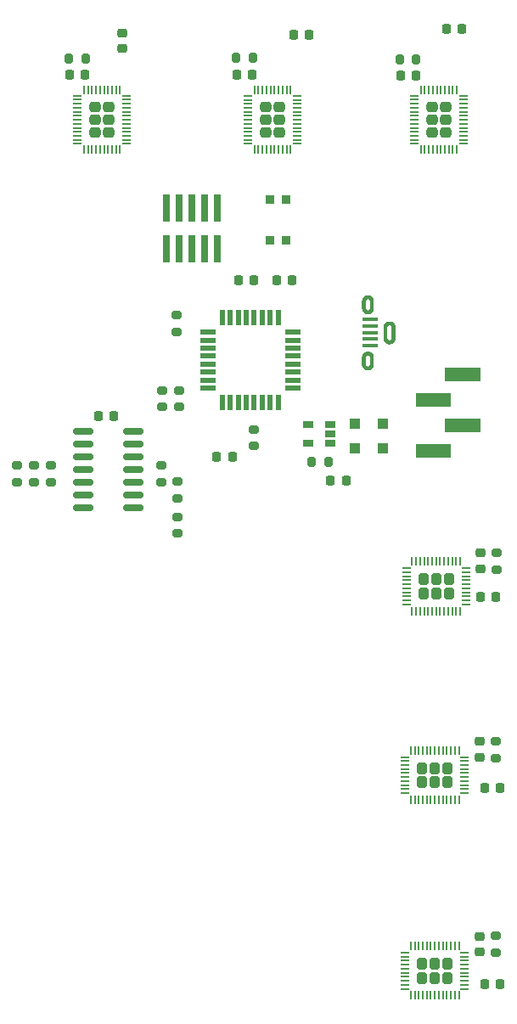
<source format=gbr>
G04 #@! TF.GenerationSoftware,KiCad,Pcbnew,7.0.5*
G04 #@! TF.CreationDate,2025-03-16T21:08:26-05:00*
G04 #@! TF.ProjectId,DSKY_led_display,44534b59-5f6c-4656-945f-646973706c61,V7*
G04 #@! TF.SameCoordinates,Original*
G04 #@! TF.FileFunction,Paste,Top*
G04 #@! TF.FilePolarity,Positive*
%FSLAX46Y46*%
G04 Gerber Fmt 4.6, Leading zero omitted, Abs format (unit mm)*
G04 Created by KiCad (PCBNEW 7.0.5) date 2025-03-16 21:08:26*
%MOMM*%
%LPD*%
G01*
G04 APERTURE LIST*
G04 Aperture macros list*
%AMRoundRect*
0 Rectangle with rounded corners*
0 $1 Rounding radius*
0 $2 $3 $4 $5 $6 $7 $8 $9 X,Y pos of 4 corners*
0 Add a 4 corners polygon primitive as box body*
4,1,4,$2,$3,$4,$5,$6,$7,$8,$9,$2,$3,0*
0 Add four circle primitives for the rounded corners*
1,1,$1+$1,$2,$3*
1,1,$1+$1,$4,$5*
1,1,$1+$1,$6,$7*
1,1,$1+$1,$8,$9*
0 Add four rect primitives between the rounded corners*
20,1,$1+$1,$2,$3,$4,$5,0*
20,1,$1+$1,$4,$5,$6,$7,0*
20,1,$1+$1,$6,$7,$8,$9,0*
20,1,$1+$1,$8,$9,$2,$3,0*%
G04 Aperture macros list end*
%ADD10C,0.005000*%
%ADD11C,0.010000*%
%ADD12RoundRect,0.250000X-0.260000X0.315000X-0.260000X-0.315000X0.260000X-0.315000X0.260000X0.315000X0*%
%ADD13RoundRect,0.050000X-0.050000X0.362500X-0.050000X-0.362500X0.050000X-0.362500X0.050000X0.362500X0*%
%ADD14RoundRect,0.050000X-0.362500X0.050000X-0.362500X-0.050000X0.362500X-0.050000X0.362500X0.050000X0*%
%ADD15RoundRect,0.250000X-0.315000X-0.260000X0.315000X-0.260000X0.315000X0.260000X-0.315000X0.260000X0*%
%ADD16RoundRect,0.050000X-0.362500X-0.050000X0.362500X-0.050000X0.362500X0.050000X-0.362500X0.050000X0*%
%ADD17RoundRect,0.050000X-0.050000X-0.362500X0.050000X-0.362500X0.050000X0.362500X-0.050000X0.362500X0*%
%ADD18R,1.600000X0.550000*%
%ADD19R,0.550000X1.600000*%
%ADD20RoundRect,0.225000X-0.225000X-0.250000X0.225000X-0.250000X0.225000X0.250000X-0.225000X0.250000X0*%
%ADD21RoundRect,0.218750X0.218750X0.256250X-0.218750X0.256250X-0.218750X-0.256250X0.218750X-0.256250X0*%
%ADD22RoundRect,0.218750X-0.218750X-0.256250X0.218750X-0.256250X0.218750X0.256250X-0.218750X0.256250X0*%
%ADD23RoundRect,0.200000X-0.200000X-0.275000X0.200000X-0.275000X0.200000X0.275000X-0.200000X0.275000X0*%
%ADD24RoundRect,0.200000X-0.275000X0.200000X-0.275000X-0.200000X0.275000X-0.200000X0.275000X0.200000X0*%
%ADD25R,1.060000X0.650000*%
%ADD26RoundRect,0.225000X0.250000X-0.225000X0.250000X0.225000X-0.250000X0.225000X-0.250000X-0.225000X0*%
%ADD27R,1.500000X0.450000*%
%ADD28RoundRect,0.200000X0.275000X-0.200000X0.275000X0.200000X-0.275000X0.200000X-0.275000X-0.200000X0*%
%ADD29RoundRect,0.200000X0.200000X0.275000X-0.200000X0.275000X-0.200000X-0.275000X0.200000X-0.275000X0*%
%ADD30R,0.900000X0.900000*%
%ADD31R,0.650000X2.760000*%
%ADD32R,0.650000X2.750000*%
%ADD33R,3.429990X1.270000*%
%ADD34R,1.100000X1.100000*%
%ADD35RoundRect,0.225000X0.225000X0.250000X-0.225000X0.250000X-0.225000X-0.250000X0.225000X-0.250000X0*%
%ADD36RoundRect,0.150000X-0.825000X-0.150000X0.825000X-0.150000X0.825000X0.150000X-0.825000X0.150000X0*%
G04 APERTURE END LIST*
G04 #@! TO.C,J1*
D10*
X78278785Y-69300754D02*
X78307491Y-69303013D01*
X78336039Y-69306771D01*
X78364351Y-69312019D01*
X78392350Y-69318741D01*
X78419959Y-69326919D01*
X78447102Y-69336531D01*
X78473705Y-69347550D01*
X78499695Y-69359946D01*
X78525000Y-69373686D01*
X78549551Y-69388731D01*
X78573282Y-69405041D01*
X78596126Y-69422570D01*
X78618022Y-69441270D01*
X78638909Y-69461091D01*
X78658730Y-69481978D01*
X78677430Y-69503874D01*
X78694959Y-69526718D01*
X78711269Y-69550449D01*
X78726314Y-69575000D01*
X78740054Y-69600305D01*
X78752450Y-69626295D01*
X78763469Y-69652898D01*
X78773081Y-69680041D01*
X78781259Y-69707650D01*
X78787981Y-69735649D01*
X78793229Y-69763961D01*
X78796987Y-69792509D01*
X78799246Y-69821215D01*
X78800000Y-69850000D01*
X78800000Y-70550000D01*
X78799246Y-70578785D01*
X78796987Y-70607491D01*
X78793229Y-70636039D01*
X78787981Y-70664351D01*
X78781259Y-70692350D01*
X78773081Y-70719959D01*
X78763469Y-70747102D01*
X78752450Y-70773705D01*
X78740054Y-70799695D01*
X78726314Y-70825000D01*
X78711269Y-70849551D01*
X78694959Y-70873282D01*
X78677430Y-70896126D01*
X78658730Y-70918022D01*
X78638909Y-70938909D01*
X78618022Y-70958730D01*
X78596126Y-70977430D01*
X78573282Y-70994959D01*
X78549551Y-71011269D01*
X78525000Y-71026314D01*
X78499695Y-71040054D01*
X78473705Y-71052450D01*
X78447102Y-71063469D01*
X78419959Y-71073081D01*
X78392350Y-71081259D01*
X78364351Y-71087981D01*
X78336039Y-71093229D01*
X78307491Y-71096987D01*
X78278785Y-71099246D01*
X78250000Y-71100000D01*
X78221215Y-71099246D01*
X78192509Y-71096987D01*
X78163961Y-71093229D01*
X78135649Y-71087981D01*
X78107650Y-71081259D01*
X78080041Y-71073081D01*
X78052898Y-71063469D01*
X78026295Y-71052450D01*
X78000305Y-71040054D01*
X77975000Y-71026314D01*
X77950449Y-71011269D01*
X77926718Y-70994959D01*
X77903874Y-70977430D01*
X77881978Y-70958730D01*
X77861091Y-70938909D01*
X77841270Y-70918022D01*
X77822570Y-70896126D01*
X77805041Y-70873282D01*
X77788731Y-70849551D01*
X77773686Y-70825000D01*
X77759946Y-70799695D01*
X77747550Y-70773705D01*
X77736531Y-70747102D01*
X77726919Y-70719959D01*
X77718741Y-70692350D01*
X77712019Y-70664351D01*
X77706771Y-70636039D01*
X77703013Y-70607491D01*
X77700754Y-70578785D01*
X77700000Y-70550000D01*
X77700000Y-70200000D01*
X78000000Y-70200000D01*
X78000000Y-70550000D01*
X78000343Y-70563084D01*
X78001370Y-70576132D01*
X78003078Y-70589109D01*
X78005463Y-70601978D01*
X78008519Y-70614705D01*
X78012236Y-70627254D01*
X78016605Y-70639592D01*
X78021614Y-70651684D01*
X78027248Y-70663498D01*
X78033494Y-70675000D01*
X78040332Y-70686160D01*
X78047746Y-70696946D01*
X78055714Y-70707330D01*
X78064214Y-70717283D01*
X78073223Y-70726777D01*
X78082717Y-70735786D01*
X78092670Y-70744286D01*
X78103054Y-70752254D01*
X78113840Y-70759668D01*
X78125000Y-70766506D01*
X78136502Y-70772752D01*
X78148316Y-70778386D01*
X78160408Y-70783395D01*
X78172746Y-70787764D01*
X78185295Y-70791481D01*
X78198022Y-70794537D01*
X78210891Y-70796922D01*
X78223868Y-70798630D01*
X78236916Y-70799657D01*
X78250000Y-70800000D01*
X78263084Y-70799657D01*
X78276132Y-70798630D01*
X78289109Y-70796922D01*
X78301978Y-70794537D01*
X78314705Y-70791481D01*
X78327254Y-70787764D01*
X78339592Y-70783395D01*
X78351684Y-70778386D01*
X78363498Y-70772752D01*
X78375000Y-70766506D01*
X78386160Y-70759668D01*
X78396946Y-70752254D01*
X78407330Y-70744286D01*
X78417283Y-70735786D01*
X78426777Y-70726777D01*
X78435786Y-70717283D01*
X78444286Y-70707330D01*
X78452254Y-70696946D01*
X78459668Y-70686160D01*
X78466506Y-70675000D01*
X78472752Y-70663498D01*
X78478386Y-70651684D01*
X78483395Y-70639592D01*
X78487764Y-70627254D01*
X78491481Y-70614705D01*
X78494537Y-70601978D01*
X78496922Y-70589109D01*
X78498630Y-70576132D01*
X78499657Y-70563084D01*
X78500000Y-70550000D01*
X78500000Y-69850000D01*
X78499657Y-69836916D01*
X78498630Y-69823868D01*
X78496922Y-69810891D01*
X78494537Y-69798022D01*
X78491481Y-69785295D01*
X78487764Y-69772746D01*
X78483395Y-69760408D01*
X78478386Y-69748316D01*
X78472752Y-69736502D01*
X78466506Y-69725000D01*
X78459668Y-69713840D01*
X78452254Y-69703054D01*
X78444286Y-69692670D01*
X78435786Y-69682717D01*
X78426777Y-69673223D01*
X78417283Y-69664214D01*
X78407330Y-69655714D01*
X78396946Y-69647746D01*
X78386160Y-69640332D01*
X78375000Y-69633494D01*
X78363498Y-69627248D01*
X78351684Y-69621614D01*
X78339592Y-69616605D01*
X78327254Y-69612236D01*
X78314705Y-69608519D01*
X78301978Y-69605463D01*
X78289109Y-69603078D01*
X78276132Y-69601370D01*
X78263084Y-69600343D01*
X78250000Y-69600000D01*
X78236916Y-69600343D01*
X78223868Y-69601370D01*
X78210891Y-69603078D01*
X78198022Y-69605463D01*
X78185295Y-69608519D01*
X78172746Y-69612236D01*
X78160408Y-69616605D01*
X78148316Y-69621614D01*
X78136502Y-69627248D01*
X78125000Y-69633494D01*
X78113840Y-69640332D01*
X78103054Y-69647746D01*
X78092670Y-69655714D01*
X78082717Y-69664214D01*
X78073223Y-69673223D01*
X78064214Y-69682717D01*
X78055714Y-69692670D01*
X78047746Y-69703054D01*
X78040332Y-69713840D01*
X78033494Y-69725000D01*
X78027248Y-69736502D01*
X78021614Y-69748316D01*
X78016605Y-69760408D01*
X78012236Y-69772746D01*
X78008519Y-69785295D01*
X78005463Y-69798022D01*
X78003078Y-69810891D01*
X78001370Y-69823868D01*
X78000343Y-69836916D01*
X78000000Y-69850000D01*
X78000000Y-70200000D01*
X77700000Y-70200000D01*
X77700000Y-69850000D01*
X77700754Y-69821215D01*
X77703013Y-69792509D01*
X77706771Y-69763961D01*
X77712019Y-69735649D01*
X77718741Y-69707650D01*
X77726919Y-69680041D01*
X77736531Y-69652898D01*
X77747550Y-69626295D01*
X77759946Y-69600305D01*
X77773686Y-69575000D01*
X77788731Y-69550449D01*
X77805041Y-69526718D01*
X77822570Y-69503874D01*
X77841270Y-69481978D01*
X77861091Y-69461091D01*
X77881978Y-69441270D01*
X77903874Y-69422570D01*
X77926718Y-69405041D01*
X77950449Y-69388731D01*
X77975000Y-69373686D01*
X78000305Y-69359946D01*
X78026295Y-69347550D01*
X78052898Y-69336531D01*
X78080041Y-69326919D01*
X78107650Y-69318741D01*
X78135649Y-69312019D01*
X78163961Y-69306771D01*
X78192509Y-69303013D01*
X78221215Y-69300754D01*
X78250000Y-69300000D01*
X78278785Y-69300754D01*
G36*
X78278785Y-69300754D02*
G01*
X78307491Y-69303013D01*
X78336039Y-69306771D01*
X78364351Y-69312019D01*
X78392350Y-69318741D01*
X78419959Y-69326919D01*
X78447102Y-69336531D01*
X78473705Y-69347550D01*
X78499695Y-69359946D01*
X78525000Y-69373686D01*
X78549551Y-69388731D01*
X78573282Y-69405041D01*
X78596126Y-69422570D01*
X78618022Y-69441270D01*
X78638909Y-69461091D01*
X78658730Y-69481978D01*
X78677430Y-69503874D01*
X78694959Y-69526718D01*
X78711269Y-69550449D01*
X78726314Y-69575000D01*
X78740054Y-69600305D01*
X78752450Y-69626295D01*
X78763469Y-69652898D01*
X78773081Y-69680041D01*
X78781259Y-69707650D01*
X78787981Y-69735649D01*
X78793229Y-69763961D01*
X78796987Y-69792509D01*
X78799246Y-69821215D01*
X78800000Y-69850000D01*
X78800000Y-70550000D01*
X78799246Y-70578785D01*
X78796987Y-70607491D01*
X78793229Y-70636039D01*
X78787981Y-70664351D01*
X78781259Y-70692350D01*
X78773081Y-70719959D01*
X78763469Y-70747102D01*
X78752450Y-70773705D01*
X78740054Y-70799695D01*
X78726314Y-70825000D01*
X78711269Y-70849551D01*
X78694959Y-70873282D01*
X78677430Y-70896126D01*
X78658730Y-70918022D01*
X78638909Y-70938909D01*
X78618022Y-70958730D01*
X78596126Y-70977430D01*
X78573282Y-70994959D01*
X78549551Y-71011269D01*
X78525000Y-71026314D01*
X78499695Y-71040054D01*
X78473705Y-71052450D01*
X78447102Y-71063469D01*
X78419959Y-71073081D01*
X78392350Y-71081259D01*
X78364351Y-71087981D01*
X78336039Y-71093229D01*
X78307491Y-71096987D01*
X78278785Y-71099246D01*
X78250000Y-71100000D01*
X78221215Y-71099246D01*
X78192509Y-71096987D01*
X78163961Y-71093229D01*
X78135649Y-71087981D01*
X78107650Y-71081259D01*
X78080041Y-71073081D01*
X78052898Y-71063469D01*
X78026295Y-71052450D01*
X78000305Y-71040054D01*
X77975000Y-71026314D01*
X77950449Y-71011269D01*
X77926718Y-70994959D01*
X77903874Y-70977430D01*
X77881978Y-70958730D01*
X77861091Y-70938909D01*
X77841270Y-70918022D01*
X77822570Y-70896126D01*
X77805041Y-70873282D01*
X77788731Y-70849551D01*
X77773686Y-70825000D01*
X77759946Y-70799695D01*
X77747550Y-70773705D01*
X77736531Y-70747102D01*
X77726919Y-70719959D01*
X77718741Y-70692350D01*
X77712019Y-70664351D01*
X77706771Y-70636039D01*
X77703013Y-70607491D01*
X77700754Y-70578785D01*
X77700000Y-70550000D01*
X77700000Y-70200000D01*
X78000000Y-70200000D01*
X78000000Y-70550000D01*
X78000343Y-70563084D01*
X78001370Y-70576132D01*
X78003078Y-70589109D01*
X78005463Y-70601978D01*
X78008519Y-70614705D01*
X78012236Y-70627254D01*
X78016605Y-70639592D01*
X78021614Y-70651684D01*
X78027248Y-70663498D01*
X78033494Y-70675000D01*
X78040332Y-70686160D01*
X78047746Y-70696946D01*
X78055714Y-70707330D01*
X78064214Y-70717283D01*
X78073223Y-70726777D01*
X78082717Y-70735786D01*
X78092670Y-70744286D01*
X78103054Y-70752254D01*
X78113840Y-70759668D01*
X78125000Y-70766506D01*
X78136502Y-70772752D01*
X78148316Y-70778386D01*
X78160408Y-70783395D01*
X78172746Y-70787764D01*
X78185295Y-70791481D01*
X78198022Y-70794537D01*
X78210891Y-70796922D01*
X78223868Y-70798630D01*
X78236916Y-70799657D01*
X78250000Y-70800000D01*
X78263084Y-70799657D01*
X78276132Y-70798630D01*
X78289109Y-70796922D01*
X78301978Y-70794537D01*
X78314705Y-70791481D01*
X78327254Y-70787764D01*
X78339592Y-70783395D01*
X78351684Y-70778386D01*
X78363498Y-70772752D01*
X78375000Y-70766506D01*
X78386160Y-70759668D01*
X78396946Y-70752254D01*
X78407330Y-70744286D01*
X78417283Y-70735786D01*
X78426777Y-70726777D01*
X78435786Y-70717283D01*
X78444286Y-70707330D01*
X78452254Y-70696946D01*
X78459668Y-70686160D01*
X78466506Y-70675000D01*
X78472752Y-70663498D01*
X78478386Y-70651684D01*
X78483395Y-70639592D01*
X78487764Y-70627254D01*
X78491481Y-70614705D01*
X78494537Y-70601978D01*
X78496922Y-70589109D01*
X78498630Y-70576132D01*
X78499657Y-70563084D01*
X78500000Y-70550000D01*
X78500000Y-69850000D01*
X78499657Y-69836916D01*
X78498630Y-69823868D01*
X78496922Y-69810891D01*
X78494537Y-69798022D01*
X78491481Y-69785295D01*
X78487764Y-69772746D01*
X78483395Y-69760408D01*
X78478386Y-69748316D01*
X78472752Y-69736502D01*
X78466506Y-69725000D01*
X78459668Y-69713840D01*
X78452254Y-69703054D01*
X78444286Y-69692670D01*
X78435786Y-69682717D01*
X78426777Y-69673223D01*
X78417283Y-69664214D01*
X78407330Y-69655714D01*
X78396946Y-69647746D01*
X78386160Y-69640332D01*
X78375000Y-69633494D01*
X78363498Y-69627248D01*
X78351684Y-69621614D01*
X78339592Y-69616605D01*
X78327254Y-69612236D01*
X78314705Y-69608519D01*
X78301978Y-69605463D01*
X78289109Y-69603078D01*
X78276132Y-69601370D01*
X78263084Y-69600343D01*
X78250000Y-69600000D01*
X78236916Y-69600343D01*
X78223868Y-69601370D01*
X78210891Y-69603078D01*
X78198022Y-69605463D01*
X78185295Y-69608519D01*
X78172746Y-69612236D01*
X78160408Y-69616605D01*
X78148316Y-69621614D01*
X78136502Y-69627248D01*
X78125000Y-69633494D01*
X78113840Y-69640332D01*
X78103054Y-69647746D01*
X78092670Y-69655714D01*
X78082717Y-69664214D01*
X78073223Y-69673223D01*
X78064214Y-69682717D01*
X78055714Y-69692670D01*
X78047746Y-69703054D01*
X78040332Y-69713840D01*
X78033494Y-69725000D01*
X78027248Y-69736502D01*
X78021614Y-69748316D01*
X78016605Y-69760408D01*
X78012236Y-69772746D01*
X78008519Y-69785295D01*
X78005463Y-69798022D01*
X78003078Y-69810891D01*
X78001370Y-69823868D01*
X78000343Y-69836916D01*
X78000000Y-69850000D01*
X78000000Y-70200000D01*
X77700000Y-70200000D01*
X77700000Y-69850000D01*
X77700754Y-69821215D01*
X77703013Y-69792509D01*
X77706771Y-69763961D01*
X77712019Y-69735649D01*
X77718741Y-69707650D01*
X77726919Y-69680041D01*
X77736531Y-69652898D01*
X77747550Y-69626295D01*
X77759946Y-69600305D01*
X77773686Y-69575000D01*
X77788731Y-69550449D01*
X77805041Y-69526718D01*
X77822570Y-69503874D01*
X77841270Y-69481978D01*
X77861091Y-69461091D01*
X77881978Y-69441270D01*
X77903874Y-69422570D01*
X77926718Y-69405041D01*
X77950449Y-69388731D01*
X77975000Y-69373686D01*
X78000305Y-69359946D01*
X78026295Y-69347550D01*
X78052898Y-69336531D01*
X78080041Y-69326919D01*
X78107650Y-69318741D01*
X78135649Y-69312019D01*
X78163961Y-69306771D01*
X78192509Y-69303013D01*
X78221215Y-69300754D01*
X78250000Y-69300000D01*
X78278785Y-69300754D01*
G37*
X80428785Y-66300754D02*
X80457491Y-66303013D01*
X80486039Y-66306771D01*
X80514351Y-66312019D01*
X80542350Y-66318741D01*
X80569959Y-66326919D01*
X80597102Y-66336531D01*
X80623705Y-66347550D01*
X80649695Y-66359946D01*
X80675000Y-66373686D01*
X80699551Y-66388731D01*
X80723282Y-66405041D01*
X80746126Y-66422570D01*
X80768022Y-66441270D01*
X80788909Y-66461091D01*
X80808730Y-66481978D01*
X80827430Y-66503874D01*
X80844959Y-66526718D01*
X80861269Y-66550449D01*
X80876314Y-66575000D01*
X80890054Y-66600305D01*
X80902450Y-66626295D01*
X80913469Y-66652898D01*
X80923081Y-66680041D01*
X80931259Y-66707650D01*
X80937981Y-66735649D01*
X80943229Y-66763961D01*
X80946987Y-66792509D01*
X80949246Y-66821215D01*
X80950000Y-66850000D01*
X80950000Y-67950000D01*
X80949246Y-67978785D01*
X80946987Y-68007491D01*
X80943229Y-68036039D01*
X80937981Y-68064351D01*
X80931259Y-68092350D01*
X80923081Y-68119959D01*
X80913469Y-68147102D01*
X80902450Y-68173705D01*
X80890054Y-68199695D01*
X80876314Y-68225000D01*
X80861269Y-68249551D01*
X80844959Y-68273282D01*
X80827430Y-68296126D01*
X80808730Y-68318022D01*
X80788909Y-68338909D01*
X80768022Y-68358730D01*
X80746126Y-68377430D01*
X80723282Y-68394959D01*
X80699551Y-68411269D01*
X80675000Y-68426314D01*
X80649695Y-68440054D01*
X80623705Y-68452450D01*
X80597102Y-68463469D01*
X80569959Y-68473081D01*
X80542350Y-68481259D01*
X80514351Y-68487981D01*
X80486039Y-68493229D01*
X80457491Y-68496987D01*
X80428785Y-68499246D01*
X80400000Y-68500000D01*
X80371215Y-68499246D01*
X80342509Y-68496987D01*
X80313961Y-68493229D01*
X80285649Y-68487981D01*
X80257650Y-68481259D01*
X80230041Y-68473081D01*
X80202898Y-68463469D01*
X80176295Y-68452450D01*
X80150305Y-68440054D01*
X80125000Y-68426314D01*
X80100449Y-68411269D01*
X80076718Y-68394959D01*
X80053874Y-68377430D01*
X80031978Y-68358730D01*
X80011091Y-68338909D01*
X79991270Y-68318022D01*
X79972570Y-68296126D01*
X79955041Y-68273282D01*
X79938731Y-68249551D01*
X79923686Y-68225000D01*
X79909946Y-68199695D01*
X79897550Y-68173705D01*
X79886531Y-68147102D01*
X79876919Y-68119959D01*
X79868741Y-68092350D01*
X79862019Y-68064351D01*
X79856771Y-68036039D01*
X79853013Y-68007491D01*
X79850754Y-67978785D01*
X79850000Y-67950000D01*
X79850000Y-67400000D01*
X80150000Y-67400000D01*
X80150000Y-67950000D01*
X80150343Y-67963084D01*
X80151370Y-67976132D01*
X80153078Y-67989109D01*
X80155463Y-68001978D01*
X80158519Y-68014705D01*
X80162236Y-68027254D01*
X80166605Y-68039592D01*
X80171614Y-68051684D01*
X80177248Y-68063498D01*
X80183494Y-68075000D01*
X80190332Y-68086160D01*
X80197746Y-68096946D01*
X80205714Y-68107330D01*
X80214214Y-68117283D01*
X80223223Y-68126777D01*
X80232717Y-68135786D01*
X80242670Y-68144286D01*
X80253054Y-68152254D01*
X80263840Y-68159668D01*
X80275000Y-68166506D01*
X80286502Y-68172752D01*
X80298316Y-68178386D01*
X80310408Y-68183395D01*
X80322746Y-68187764D01*
X80335295Y-68191481D01*
X80348022Y-68194537D01*
X80360891Y-68196922D01*
X80373868Y-68198630D01*
X80386916Y-68199657D01*
X80400000Y-68200000D01*
X80413084Y-68199657D01*
X80426132Y-68198630D01*
X80439109Y-68196922D01*
X80451978Y-68194537D01*
X80464705Y-68191481D01*
X80477254Y-68187764D01*
X80489592Y-68183395D01*
X80501684Y-68178386D01*
X80513498Y-68172752D01*
X80525000Y-68166506D01*
X80536160Y-68159668D01*
X80546946Y-68152254D01*
X80557330Y-68144286D01*
X80567283Y-68135786D01*
X80576777Y-68126777D01*
X80585786Y-68117283D01*
X80594286Y-68107330D01*
X80602254Y-68096946D01*
X80609668Y-68086160D01*
X80616506Y-68075000D01*
X80622752Y-68063498D01*
X80628386Y-68051684D01*
X80633395Y-68039592D01*
X80637764Y-68027254D01*
X80641481Y-68014705D01*
X80644537Y-68001978D01*
X80646922Y-67989109D01*
X80648630Y-67976132D01*
X80649657Y-67963084D01*
X80650000Y-67950000D01*
X80650000Y-66850000D01*
X80649657Y-66836916D01*
X80648630Y-66823868D01*
X80646922Y-66810891D01*
X80644537Y-66798022D01*
X80641481Y-66785295D01*
X80637764Y-66772746D01*
X80633395Y-66760408D01*
X80628386Y-66748316D01*
X80622752Y-66736502D01*
X80616506Y-66725000D01*
X80609668Y-66713840D01*
X80602254Y-66703054D01*
X80594286Y-66692670D01*
X80585786Y-66682717D01*
X80576777Y-66673223D01*
X80567283Y-66664214D01*
X80557330Y-66655714D01*
X80546946Y-66647746D01*
X80536160Y-66640332D01*
X80525000Y-66633494D01*
X80513498Y-66627248D01*
X80501684Y-66621614D01*
X80489592Y-66616605D01*
X80477254Y-66612236D01*
X80464705Y-66608519D01*
X80451978Y-66605463D01*
X80439109Y-66603078D01*
X80426132Y-66601370D01*
X80413084Y-66600343D01*
X80400000Y-66600000D01*
X80386916Y-66600343D01*
X80373868Y-66601370D01*
X80360891Y-66603078D01*
X80348022Y-66605463D01*
X80335295Y-66608519D01*
X80322746Y-66612236D01*
X80310408Y-66616605D01*
X80298316Y-66621614D01*
X80286502Y-66627248D01*
X80275000Y-66633494D01*
X80263840Y-66640332D01*
X80253054Y-66647746D01*
X80242670Y-66655714D01*
X80232717Y-66664214D01*
X80223223Y-66673223D01*
X80214214Y-66682717D01*
X80205714Y-66692670D01*
X80197746Y-66703054D01*
X80190332Y-66713840D01*
X80183494Y-66725000D01*
X80177248Y-66736502D01*
X80171614Y-66748316D01*
X80166605Y-66760408D01*
X80162236Y-66772746D01*
X80158519Y-66785295D01*
X80155463Y-66798022D01*
X80153078Y-66810891D01*
X80151370Y-66823868D01*
X80150343Y-66836916D01*
X80150000Y-66850000D01*
X80150000Y-67400000D01*
X79850000Y-67400000D01*
X79850000Y-66850000D01*
X79850754Y-66821215D01*
X79853013Y-66792509D01*
X79856771Y-66763961D01*
X79862019Y-66735649D01*
X79868741Y-66707650D01*
X79876919Y-66680041D01*
X79886531Y-66652898D01*
X79897550Y-66626295D01*
X79909946Y-66600305D01*
X79923686Y-66575000D01*
X79938731Y-66550449D01*
X79955041Y-66526718D01*
X79972570Y-66503874D01*
X79991270Y-66481978D01*
X80011091Y-66461091D01*
X80031978Y-66441270D01*
X80053874Y-66422570D01*
X80076718Y-66405041D01*
X80100449Y-66388731D01*
X80125000Y-66373686D01*
X80150305Y-66359946D01*
X80176295Y-66347550D01*
X80202898Y-66336531D01*
X80230041Y-66326919D01*
X80257650Y-66318741D01*
X80285649Y-66312019D01*
X80313961Y-66306771D01*
X80342509Y-66303013D01*
X80371215Y-66300754D01*
X80400000Y-66300000D01*
X80428785Y-66300754D01*
G36*
X80428785Y-66300754D02*
G01*
X80457491Y-66303013D01*
X80486039Y-66306771D01*
X80514351Y-66312019D01*
X80542350Y-66318741D01*
X80569959Y-66326919D01*
X80597102Y-66336531D01*
X80623705Y-66347550D01*
X80649695Y-66359946D01*
X80675000Y-66373686D01*
X80699551Y-66388731D01*
X80723282Y-66405041D01*
X80746126Y-66422570D01*
X80768022Y-66441270D01*
X80788909Y-66461091D01*
X80808730Y-66481978D01*
X80827430Y-66503874D01*
X80844959Y-66526718D01*
X80861269Y-66550449D01*
X80876314Y-66575000D01*
X80890054Y-66600305D01*
X80902450Y-66626295D01*
X80913469Y-66652898D01*
X80923081Y-66680041D01*
X80931259Y-66707650D01*
X80937981Y-66735649D01*
X80943229Y-66763961D01*
X80946987Y-66792509D01*
X80949246Y-66821215D01*
X80950000Y-66850000D01*
X80950000Y-67950000D01*
X80949246Y-67978785D01*
X80946987Y-68007491D01*
X80943229Y-68036039D01*
X80937981Y-68064351D01*
X80931259Y-68092350D01*
X80923081Y-68119959D01*
X80913469Y-68147102D01*
X80902450Y-68173705D01*
X80890054Y-68199695D01*
X80876314Y-68225000D01*
X80861269Y-68249551D01*
X80844959Y-68273282D01*
X80827430Y-68296126D01*
X80808730Y-68318022D01*
X80788909Y-68338909D01*
X80768022Y-68358730D01*
X80746126Y-68377430D01*
X80723282Y-68394959D01*
X80699551Y-68411269D01*
X80675000Y-68426314D01*
X80649695Y-68440054D01*
X80623705Y-68452450D01*
X80597102Y-68463469D01*
X80569959Y-68473081D01*
X80542350Y-68481259D01*
X80514351Y-68487981D01*
X80486039Y-68493229D01*
X80457491Y-68496987D01*
X80428785Y-68499246D01*
X80400000Y-68500000D01*
X80371215Y-68499246D01*
X80342509Y-68496987D01*
X80313961Y-68493229D01*
X80285649Y-68487981D01*
X80257650Y-68481259D01*
X80230041Y-68473081D01*
X80202898Y-68463469D01*
X80176295Y-68452450D01*
X80150305Y-68440054D01*
X80125000Y-68426314D01*
X80100449Y-68411269D01*
X80076718Y-68394959D01*
X80053874Y-68377430D01*
X80031978Y-68358730D01*
X80011091Y-68338909D01*
X79991270Y-68318022D01*
X79972570Y-68296126D01*
X79955041Y-68273282D01*
X79938731Y-68249551D01*
X79923686Y-68225000D01*
X79909946Y-68199695D01*
X79897550Y-68173705D01*
X79886531Y-68147102D01*
X79876919Y-68119959D01*
X79868741Y-68092350D01*
X79862019Y-68064351D01*
X79856771Y-68036039D01*
X79853013Y-68007491D01*
X79850754Y-67978785D01*
X79850000Y-67950000D01*
X79850000Y-67400000D01*
X80150000Y-67400000D01*
X80150000Y-67950000D01*
X80150343Y-67963084D01*
X80151370Y-67976132D01*
X80153078Y-67989109D01*
X80155463Y-68001978D01*
X80158519Y-68014705D01*
X80162236Y-68027254D01*
X80166605Y-68039592D01*
X80171614Y-68051684D01*
X80177248Y-68063498D01*
X80183494Y-68075000D01*
X80190332Y-68086160D01*
X80197746Y-68096946D01*
X80205714Y-68107330D01*
X80214214Y-68117283D01*
X80223223Y-68126777D01*
X80232717Y-68135786D01*
X80242670Y-68144286D01*
X80253054Y-68152254D01*
X80263840Y-68159668D01*
X80275000Y-68166506D01*
X80286502Y-68172752D01*
X80298316Y-68178386D01*
X80310408Y-68183395D01*
X80322746Y-68187764D01*
X80335295Y-68191481D01*
X80348022Y-68194537D01*
X80360891Y-68196922D01*
X80373868Y-68198630D01*
X80386916Y-68199657D01*
X80400000Y-68200000D01*
X80413084Y-68199657D01*
X80426132Y-68198630D01*
X80439109Y-68196922D01*
X80451978Y-68194537D01*
X80464705Y-68191481D01*
X80477254Y-68187764D01*
X80489592Y-68183395D01*
X80501684Y-68178386D01*
X80513498Y-68172752D01*
X80525000Y-68166506D01*
X80536160Y-68159668D01*
X80546946Y-68152254D01*
X80557330Y-68144286D01*
X80567283Y-68135786D01*
X80576777Y-68126777D01*
X80585786Y-68117283D01*
X80594286Y-68107330D01*
X80602254Y-68096946D01*
X80609668Y-68086160D01*
X80616506Y-68075000D01*
X80622752Y-68063498D01*
X80628386Y-68051684D01*
X80633395Y-68039592D01*
X80637764Y-68027254D01*
X80641481Y-68014705D01*
X80644537Y-68001978D01*
X80646922Y-67989109D01*
X80648630Y-67976132D01*
X80649657Y-67963084D01*
X80650000Y-67950000D01*
X80650000Y-66850000D01*
X80649657Y-66836916D01*
X80648630Y-66823868D01*
X80646922Y-66810891D01*
X80644537Y-66798022D01*
X80641481Y-66785295D01*
X80637764Y-66772746D01*
X80633395Y-66760408D01*
X80628386Y-66748316D01*
X80622752Y-66736502D01*
X80616506Y-66725000D01*
X80609668Y-66713840D01*
X80602254Y-66703054D01*
X80594286Y-66692670D01*
X80585786Y-66682717D01*
X80576777Y-66673223D01*
X80567283Y-66664214D01*
X80557330Y-66655714D01*
X80546946Y-66647746D01*
X80536160Y-66640332D01*
X80525000Y-66633494D01*
X80513498Y-66627248D01*
X80501684Y-66621614D01*
X80489592Y-66616605D01*
X80477254Y-66612236D01*
X80464705Y-66608519D01*
X80451978Y-66605463D01*
X80439109Y-66603078D01*
X80426132Y-66601370D01*
X80413084Y-66600343D01*
X80400000Y-66600000D01*
X80386916Y-66600343D01*
X80373868Y-66601370D01*
X80360891Y-66603078D01*
X80348022Y-66605463D01*
X80335295Y-66608519D01*
X80322746Y-66612236D01*
X80310408Y-66616605D01*
X80298316Y-66621614D01*
X80286502Y-66627248D01*
X80275000Y-66633494D01*
X80263840Y-66640332D01*
X80253054Y-66647746D01*
X80242670Y-66655714D01*
X80232717Y-66664214D01*
X80223223Y-66673223D01*
X80214214Y-66682717D01*
X80205714Y-66692670D01*
X80197746Y-66703054D01*
X80190332Y-66713840D01*
X80183494Y-66725000D01*
X80177248Y-66736502D01*
X80171614Y-66748316D01*
X80166605Y-66760408D01*
X80162236Y-66772746D01*
X80158519Y-66785295D01*
X80155463Y-66798022D01*
X80153078Y-66810891D01*
X80151370Y-66823868D01*
X80150343Y-66836916D01*
X80150000Y-66850000D01*
X80150000Y-67400000D01*
X79850000Y-67400000D01*
X79850000Y-66850000D01*
X79850754Y-66821215D01*
X79853013Y-66792509D01*
X79856771Y-66763961D01*
X79862019Y-66735649D01*
X79868741Y-66707650D01*
X79876919Y-66680041D01*
X79886531Y-66652898D01*
X79897550Y-66626295D01*
X79909946Y-66600305D01*
X79923686Y-66575000D01*
X79938731Y-66550449D01*
X79955041Y-66526718D01*
X79972570Y-66503874D01*
X79991270Y-66481978D01*
X80011091Y-66461091D01*
X80031978Y-66441270D01*
X80053874Y-66422570D01*
X80076718Y-66405041D01*
X80100449Y-66388731D01*
X80125000Y-66373686D01*
X80150305Y-66359946D01*
X80176295Y-66347550D01*
X80202898Y-66336531D01*
X80230041Y-66326919D01*
X80257650Y-66318741D01*
X80285649Y-66312019D01*
X80313961Y-66306771D01*
X80342509Y-66303013D01*
X80371215Y-66300754D01*
X80400000Y-66300000D01*
X80428785Y-66300754D01*
G37*
X78279990Y-63701335D02*
X78308696Y-63703594D01*
X78337244Y-63707352D01*
X78365556Y-63712600D01*
X78393555Y-63719322D01*
X78421164Y-63727500D01*
X78448307Y-63737112D01*
X78474910Y-63748131D01*
X78500900Y-63760527D01*
X78526205Y-63774267D01*
X78550756Y-63789312D01*
X78574487Y-63805622D01*
X78597331Y-63823151D01*
X78619227Y-63841851D01*
X78640114Y-63861672D01*
X78659935Y-63882559D01*
X78678635Y-63904455D01*
X78696164Y-63927299D01*
X78712474Y-63951030D01*
X78727519Y-63975581D01*
X78741259Y-64000886D01*
X78753655Y-64026876D01*
X78764674Y-64053479D01*
X78774286Y-64080622D01*
X78782464Y-64108231D01*
X78789186Y-64136230D01*
X78794434Y-64164542D01*
X78798192Y-64193090D01*
X78800451Y-64221796D01*
X78801205Y-64250581D01*
X78801205Y-64950581D01*
X78800451Y-64979366D01*
X78798192Y-65008072D01*
X78794434Y-65036620D01*
X78789186Y-65064932D01*
X78782464Y-65092931D01*
X78774286Y-65120540D01*
X78764674Y-65147683D01*
X78753655Y-65174286D01*
X78741259Y-65200276D01*
X78727519Y-65225581D01*
X78712474Y-65250132D01*
X78696164Y-65273863D01*
X78678635Y-65296707D01*
X78659935Y-65318603D01*
X78640114Y-65339490D01*
X78619227Y-65359311D01*
X78597331Y-65378011D01*
X78574487Y-65395540D01*
X78550756Y-65411850D01*
X78526205Y-65426895D01*
X78500900Y-65440635D01*
X78474910Y-65453031D01*
X78448307Y-65464050D01*
X78421164Y-65473662D01*
X78393555Y-65481840D01*
X78365556Y-65488562D01*
X78337244Y-65493810D01*
X78308696Y-65497568D01*
X78279990Y-65499827D01*
X78251205Y-65500581D01*
X78222420Y-65499827D01*
X78193714Y-65497568D01*
X78165166Y-65493810D01*
X78136854Y-65488562D01*
X78108855Y-65481840D01*
X78081246Y-65473662D01*
X78054103Y-65464050D01*
X78027500Y-65453031D01*
X78001510Y-65440635D01*
X77976205Y-65426895D01*
X77951654Y-65411850D01*
X77927923Y-65395540D01*
X77905079Y-65378011D01*
X77883183Y-65359311D01*
X77862296Y-65339490D01*
X77842475Y-65318603D01*
X77823775Y-65296707D01*
X77806246Y-65273863D01*
X77789936Y-65250132D01*
X77774891Y-65225581D01*
X77761151Y-65200276D01*
X77748755Y-65174286D01*
X77737736Y-65147683D01*
X77728124Y-65120540D01*
X77719946Y-65092931D01*
X77713224Y-65064932D01*
X77707976Y-65036620D01*
X77704218Y-65008072D01*
X77701959Y-64979366D01*
X77701205Y-64950581D01*
X77701205Y-64600581D01*
X78001205Y-64600581D01*
X78001205Y-64950581D01*
X78001548Y-64963665D01*
X78002575Y-64976713D01*
X78004283Y-64989690D01*
X78006668Y-65002559D01*
X78009724Y-65015286D01*
X78013441Y-65027835D01*
X78017810Y-65040173D01*
X78022819Y-65052265D01*
X78028453Y-65064079D01*
X78034699Y-65075581D01*
X78041537Y-65086741D01*
X78048951Y-65097527D01*
X78056919Y-65107911D01*
X78065419Y-65117864D01*
X78074428Y-65127358D01*
X78083922Y-65136367D01*
X78093875Y-65144867D01*
X78104259Y-65152835D01*
X78115045Y-65160249D01*
X78126205Y-65167087D01*
X78137707Y-65173333D01*
X78149521Y-65178967D01*
X78161613Y-65183976D01*
X78173951Y-65188345D01*
X78186500Y-65192062D01*
X78199227Y-65195118D01*
X78212096Y-65197503D01*
X78225073Y-65199211D01*
X78238121Y-65200238D01*
X78251205Y-65200581D01*
X78264289Y-65200238D01*
X78277337Y-65199211D01*
X78290314Y-65197503D01*
X78303183Y-65195118D01*
X78315910Y-65192062D01*
X78328459Y-65188345D01*
X78340797Y-65183976D01*
X78352889Y-65178967D01*
X78364703Y-65173333D01*
X78376205Y-65167087D01*
X78387365Y-65160249D01*
X78398151Y-65152835D01*
X78408535Y-65144867D01*
X78418488Y-65136367D01*
X78427982Y-65127358D01*
X78436991Y-65117864D01*
X78445491Y-65107911D01*
X78453459Y-65097527D01*
X78460873Y-65086741D01*
X78467711Y-65075581D01*
X78473957Y-65064079D01*
X78479591Y-65052265D01*
X78484600Y-65040173D01*
X78488969Y-65027835D01*
X78492686Y-65015286D01*
X78495742Y-65002559D01*
X78498127Y-64989690D01*
X78499835Y-64976713D01*
X78500862Y-64963665D01*
X78501205Y-64950581D01*
X78501205Y-64250581D01*
X78500862Y-64237497D01*
X78499835Y-64224449D01*
X78498127Y-64211472D01*
X78495742Y-64198603D01*
X78492686Y-64185876D01*
X78488969Y-64173327D01*
X78484600Y-64160989D01*
X78479591Y-64148897D01*
X78473957Y-64137083D01*
X78467711Y-64125581D01*
X78460873Y-64114421D01*
X78453459Y-64103635D01*
X78445491Y-64093251D01*
X78436991Y-64083298D01*
X78427982Y-64073804D01*
X78418488Y-64064795D01*
X78408535Y-64056295D01*
X78398151Y-64048327D01*
X78387365Y-64040913D01*
X78376205Y-64034075D01*
X78364703Y-64027829D01*
X78352889Y-64022195D01*
X78340797Y-64017186D01*
X78328459Y-64012817D01*
X78315910Y-64009100D01*
X78303183Y-64006044D01*
X78290314Y-64003659D01*
X78277337Y-64001951D01*
X78264289Y-64000924D01*
X78251205Y-64000581D01*
X78238121Y-64000924D01*
X78225073Y-64001951D01*
X78212096Y-64003659D01*
X78199227Y-64006044D01*
X78186500Y-64009100D01*
X78173951Y-64012817D01*
X78161613Y-64017186D01*
X78149521Y-64022195D01*
X78137707Y-64027829D01*
X78126205Y-64034075D01*
X78115045Y-64040913D01*
X78104259Y-64048327D01*
X78093875Y-64056295D01*
X78083922Y-64064795D01*
X78074428Y-64073804D01*
X78065419Y-64083298D01*
X78056919Y-64093251D01*
X78048951Y-64103635D01*
X78041537Y-64114421D01*
X78034699Y-64125581D01*
X78028453Y-64137083D01*
X78022819Y-64148897D01*
X78017810Y-64160989D01*
X78013441Y-64173327D01*
X78009724Y-64185876D01*
X78006668Y-64198603D01*
X78004283Y-64211472D01*
X78002575Y-64224449D01*
X78001548Y-64237497D01*
X78001205Y-64250581D01*
X78001205Y-64600581D01*
X77701205Y-64600581D01*
X77701205Y-64250581D01*
X77701959Y-64221796D01*
X77704218Y-64193090D01*
X77707976Y-64164542D01*
X77713224Y-64136230D01*
X77719946Y-64108231D01*
X77728124Y-64080622D01*
X77737736Y-64053479D01*
X77748755Y-64026876D01*
X77761151Y-64000886D01*
X77774891Y-63975581D01*
X77789936Y-63951030D01*
X77806246Y-63927299D01*
X77823775Y-63904455D01*
X77842475Y-63882559D01*
X77862296Y-63861672D01*
X77883183Y-63841851D01*
X77905079Y-63823151D01*
X77927923Y-63805622D01*
X77951654Y-63789312D01*
X77976205Y-63774267D01*
X78001510Y-63760527D01*
X78027500Y-63748131D01*
X78054103Y-63737112D01*
X78081246Y-63727500D01*
X78108855Y-63719322D01*
X78136854Y-63712600D01*
X78165166Y-63707352D01*
X78193714Y-63703594D01*
X78222420Y-63701335D01*
X78251205Y-63700581D01*
X78279990Y-63701335D01*
G36*
X78279990Y-63701335D02*
G01*
X78308696Y-63703594D01*
X78337244Y-63707352D01*
X78365556Y-63712600D01*
X78393555Y-63719322D01*
X78421164Y-63727500D01*
X78448307Y-63737112D01*
X78474910Y-63748131D01*
X78500900Y-63760527D01*
X78526205Y-63774267D01*
X78550756Y-63789312D01*
X78574487Y-63805622D01*
X78597331Y-63823151D01*
X78619227Y-63841851D01*
X78640114Y-63861672D01*
X78659935Y-63882559D01*
X78678635Y-63904455D01*
X78696164Y-63927299D01*
X78712474Y-63951030D01*
X78727519Y-63975581D01*
X78741259Y-64000886D01*
X78753655Y-64026876D01*
X78764674Y-64053479D01*
X78774286Y-64080622D01*
X78782464Y-64108231D01*
X78789186Y-64136230D01*
X78794434Y-64164542D01*
X78798192Y-64193090D01*
X78800451Y-64221796D01*
X78801205Y-64250581D01*
X78801205Y-64950581D01*
X78800451Y-64979366D01*
X78798192Y-65008072D01*
X78794434Y-65036620D01*
X78789186Y-65064932D01*
X78782464Y-65092931D01*
X78774286Y-65120540D01*
X78764674Y-65147683D01*
X78753655Y-65174286D01*
X78741259Y-65200276D01*
X78727519Y-65225581D01*
X78712474Y-65250132D01*
X78696164Y-65273863D01*
X78678635Y-65296707D01*
X78659935Y-65318603D01*
X78640114Y-65339490D01*
X78619227Y-65359311D01*
X78597331Y-65378011D01*
X78574487Y-65395540D01*
X78550756Y-65411850D01*
X78526205Y-65426895D01*
X78500900Y-65440635D01*
X78474910Y-65453031D01*
X78448307Y-65464050D01*
X78421164Y-65473662D01*
X78393555Y-65481840D01*
X78365556Y-65488562D01*
X78337244Y-65493810D01*
X78308696Y-65497568D01*
X78279990Y-65499827D01*
X78251205Y-65500581D01*
X78222420Y-65499827D01*
X78193714Y-65497568D01*
X78165166Y-65493810D01*
X78136854Y-65488562D01*
X78108855Y-65481840D01*
X78081246Y-65473662D01*
X78054103Y-65464050D01*
X78027500Y-65453031D01*
X78001510Y-65440635D01*
X77976205Y-65426895D01*
X77951654Y-65411850D01*
X77927923Y-65395540D01*
X77905079Y-65378011D01*
X77883183Y-65359311D01*
X77862296Y-65339490D01*
X77842475Y-65318603D01*
X77823775Y-65296707D01*
X77806246Y-65273863D01*
X77789936Y-65250132D01*
X77774891Y-65225581D01*
X77761151Y-65200276D01*
X77748755Y-65174286D01*
X77737736Y-65147683D01*
X77728124Y-65120540D01*
X77719946Y-65092931D01*
X77713224Y-65064932D01*
X77707976Y-65036620D01*
X77704218Y-65008072D01*
X77701959Y-64979366D01*
X77701205Y-64950581D01*
X77701205Y-64600581D01*
X78001205Y-64600581D01*
X78001205Y-64950581D01*
X78001548Y-64963665D01*
X78002575Y-64976713D01*
X78004283Y-64989690D01*
X78006668Y-65002559D01*
X78009724Y-65015286D01*
X78013441Y-65027835D01*
X78017810Y-65040173D01*
X78022819Y-65052265D01*
X78028453Y-65064079D01*
X78034699Y-65075581D01*
X78041537Y-65086741D01*
X78048951Y-65097527D01*
X78056919Y-65107911D01*
X78065419Y-65117864D01*
X78074428Y-65127358D01*
X78083922Y-65136367D01*
X78093875Y-65144867D01*
X78104259Y-65152835D01*
X78115045Y-65160249D01*
X78126205Y-65167087D01*
X78137707Y-65173333D01*
X78149521Y-65178967D01*
X78161613Y-65183976D01*
X78173951Y-65188345D01*
X78186500Y-65192062D01*
X78199227Y-65195118D01*
X78212096Y-65197503D01*
X78225073Y-65199211D01*
X78238121Y-65200238D01*
X78251205Y-65200581D01*
X78264289Y-65200238D01*
X78277337Y-65199211D01*
X78290314Y-65197503D01*
X78303183Y-65195118D01*
X78315910Y-65192062D01*
X78328459Y-65188345D01*
X78340797Y-65183976D01*
X78352889Y-65178967D01*
X78364703Y-65173333D01*
X78376205Y-65167087D01*
X78387365Y-65160249D01*
X78398151Y-65152835D01*
X78408535Y-65144867D01*
X78418488Y-65136367D01*
X78427982Y-65127358D01*
X78436991Y-65117864D01*
X78445491Y-65107911D01*
X78453459Y-65097527D01*
X78460873Y-65086741D01*
X78467711Y-65075581D01*
X78473957Y-65064079D01*
X78479591Y-65052265D01*
X78484600Y-65040173D01*
X78488969Y-65027835D01*
X78492686Y-65015286D01*
X78495742Y-65002559D01*
X78498127Y-64989690D01*
X78499835Y-64976713D01*
X78500862Y-64963665D01*
X78501205Y-64950581D01*
X78501205Y-64250581D01*
X78500862Y-64237497D01*
X78499835Y-64224449D01*
X78498127Y-64211472D01*
X78495742Y-64198603D01*
X78492686Y-64185876D01*
X78488969Y-64173327D01*
X78484600Y-64160989D01*
X78479591Y-64148897D01*
X78473957Y-64137083D01*
X78467711Y-64125581D01*
X78460873Y-64114421D01*
X78453459Y-64103635D01*
X78445491Y-64093251D01*
X78436991Y-64083298D01*
X78427982Y-64073804D01*
X78418488Y-64064795D01*
X78408535Y-64056295D01*
X78398151Y-64048327D01*
X78387365Y-64040913D01*
X78376205Y-64034075D01*
X78364703Y-64027829D01*
X78352889Y-64022195D01*
X78340797Y-64017186D01*
X78328459Y-64012817D01*
X78315910Y-64009100D01*
X78303183Y-64006044D01*
X78290314Y-64003659D01*
X78277337Y-64001951D01*
X78264289Y-64000924D01*
X78251205Y-64000581D01*
X78238121Y-64000924D01*
X78225073Y-64001951D01*
X78212096Y-64003659D01*
X78199227Y-64006044D01*
X78186500Y-64009100D01*
X78173951Y-64012817D01*
X78161613Y-64017186D01*
X78149521Y-64022195D01*
X78137707Y-64027829D01*
X78126205Y-64034075D01*
X78115045Y-64040913D01*
X78104259Y-64048327D01*
X78093875Y-64056295D01*
X78083922Y-64064795D01*
X78074428Y-64073804D01*
X78065419Y-64083298D01*
X78056919Y-64093251D01*
X78048951Y-64103635D01*
X78041537Y-64114421D01*
X78034699Y-64125581D01*
X78028453Y-64137083D01*
X78022819Y-64148897D01*
X78017810Y-64160989D01*
X78013441Y-64173327D01*
X78009724Y-64185876D01*
X78006668Y-64198603D01*
X78004283Y-64211472D01*
X78002575Y-64224449D01*
X78001548Y-64237497D01*
X78001205Y-64250581D01*
X78001205Y-64600581D01*
X77701205Y-64600581D01*
X77701205Y-64250581D01*
X77701959Y-64221796D01*
X77704218Y-64193090D01*
X77707976Y-64164542D01*
X77713224Y-64136230D01*
X77719946Y-64108231D01*
X77728124Y-64080622D01*
X77737736Y-64053479D01*
X77748755Y-64026876D01*
X77761151Y-64000886D01*
X77774891Y-63975581D01*
X77789936Y-63951030D01*
X77806246Y-63927299D01*
X77823775Y-63904455D01*
X77842475Y-63882559D01*
X77862296Y-63861672D01*
X77883183Y-63841851D01*
X77905079Y-63823151D01*
X77927923Y-63805622D01*
X77951654Y-63789312D01*
X77976205Y-63774267D01*
X78001510Y-63760527D01*
X78027500Y-63748131D01*
X78054103Y-63737112D01*
X78081246Y-63727500D01*
X78108855Y-63719322D01*
X78136854Y-63712600D01*
X78165166Y-63707352D01*
X78193714Y-63703594D01*
X78222420Y-63701335D01*
X78251205Y-63700581D01*
X78279990Y-63701335D01*
G37*
G04 #@! TO.C,J3*
D11*
X86488016Y-79756000D02*
X83058030Y-79756000D01*
X83058030Y-78486000D01*
X86488016Y-78486000D01*
X86488016Y-79756000D01*
G36*
X86488016Y-79756000D02*
G01*
X83058030Y-79756000D01*
X83058030Y-78486000D01*
X86488016Y-78486000D01*
X86488016Y-79756000D01*
G37*
X89408000Y-77216000D02*
X85978009Y-77216000D01*
X85978009Y-75946000D01*
X89408000Y-75946000D01*
X89408000Y-77216000D01*
G36*
X89408000Y-77216000D02*
G01*
X85978009Y-77216000D01*
X85978009Y-75946000D01*
X89408000Y-75946000D01*
X89408000Y-77216000D01*
G37*
X86488016Y-74676000D02*
X83058030Y-74676000D01*
X83058030Y-73406000D01*
X86488016Y-73406000D01*
X86488016Y-74676000D01*
G36*
X86488016Y-74676000D02*
G01*
X83058030Y-74676000D01*
X83058030Y-73406000D01*
X86488016Y-73406000D01*
X86488016Y-74676000D01*
G37*
X89408000Y-72136000D02*
X85978009Y-72136000D01*
X85978009Y-70866000D01*
X89408000Y-70866000D01*
X89408000Y-72136000D01*
G36*
X89408000Y-72136000D02*
G01*
X85978009Y-72136000D01*
X85978009Y-70866000D01*
X89408000Y-70866000D01*
X89408000Y-72136000D01*
G37*
G04 #@! TD*
D12*
G04 #@! TO.C,U2*
X86360000Y-92010000D03*
X85090000Y-92010000D03*
X83820000Y-92010000D03*
X86360000Y-93410000D03*
X85090000Y-93410000D03*
X83820000Y-93410000D03*
D13*
X87490000Y-90247500D03*
X87090000Y-90247500D03*
X86690000Y-90247500D03*
X86290000Y-90247500D03*
X85890000Y-90247500D03*
X85490000Y-90247500D03*
X85090000Y-90247500D03*
X84690000Y-90247500D03*
X84290000Y-90247500D03*
X83890000Y-90247500D03*
X83490000Y-90247500D03*
X83090000Y-90247500D03*
X82690000Y-90247500D03*
D14*
X82127500Y-90910000D03*
X82127500Y-91310000D03*
X82127500Y-91710000D03*
X82127500Y-92110000D03*
X82127500Y-92510000D03*
X82127500Y-92910000D03*
X82127500Y-93310000D03*
X82127500Y-93710000D03*
X82127500Y-94110000D03*
X82127500Y-94510000D03*
D13*
X82690000Y-95172500D03*
X83090000Y-95172500D03*
X83490000Y-95172500D03*
X83890000Y-95172500D03*
X84290000Y-95172500D03*
X84690000Y-95172500D03*
X85090000Y-95172500D03*
X85490000Y-95172500D03*
X85890000Y-95172500D03*
X86290000Y-95172500D03*
X86690000Y-95172500D03*
X87090000Y-95172500D03*
X87490000Y-95172500D03*
D14*
X88052500Y-94510000D03*
X88052500Y-94110000D03*
X88052500Y-93710000D03*
X88052500Y-93310000D03*
X88052500Y-92910000D03*
X88052500Y-92510000D03*
X88052500Y-92110000D03*
X88052500Y-91710000D03*
X88052500Y-91310000D03*
X88052500Y-90910000D03*
G04 #@! TD*
D12*
G04 #@! TO.C,U3*
X86233000Y-130343400D03*
X84963000Y-130343400D03*
X83693000Y-130343400D03*
X86233000Y-131743400D03*
X84963000Y-131743400D03*
X83693000Y-131743400D03*
D13*
X87363000Y-128580900D03*
X86963000Y-128580900D03*
X86563000Y-128580900D03*
X86163000Y-128580900D03*
X85763000Y-128580900D03*
X85363000Y-128580900D03*
X84963000Y-128580900D03*
X84563000Y-128580900D03*
X84163000Y-128580900D03*
X83763000Y-128580900D03*
X83363000Y-128580900D03*
X82963000Y-128580900D03*
X82563000Y-128580900D03*
D14*
X82000500Y-129243400D03*
X82000500Y-129643400D03*
X82000500Y-130043400D03*
X82000500Y-130443400D03*
X82000500Y-130843400D03*
X82000500Y-131243400D03*
X82000500Y-131643400D03*
X82000500Y-132043400D03*
X82000500Y-132443400D03*
X82000500Y-132843400D03*
D13*
X82563000Y-133505900D03*
X82963000Y-133505900D03*
X83363000Y-133505900D03*
X83763000Y-133505900D03*
X84163000Y-133505900D03*
X84563000Y-133505900D03*
X84963000Y-133505900D03*
X85363000Y-133505900D03*
X85763000Y-133505900D03*
X86163000Y-133505900D03*
X86563000Y-133505900D03*
X86963000Y-133505900D03*
X87363000Y-133505900D03*
D14*
X87925500Y-132843400D03*
X87925500Y-132443400D03*
X87925500Y-132043400D03*
X87925500Y-131643400D03*
X87925500Y-131243400D03*
X87925500Y-130843400D03*
X87925500Y-130443400D03*
X87925500Y-130043400D03*
X87925500Y-129643400D03*
X87925500Y-129243400D03*
G04 #@! TD*
D12*
G04 #@! TO.C,U4*
X86233000Y-110831000D03*
X84963000Y-110831000D03*
X83693000Y-110831000D03*
X86233000Y-112231000D03*
X84963000Y-112231000D03*
X83693000Y-112231000D03*
D13*
X87363000Y-109068500D03*
X86963000Y-109068500D03*
X86563000Y-109068500D03*
X86163000Y-109068500D03*
X85763000Y-109068500D03*
X85363000Y-109068500D03*
X84963000Y-109068500D03*
X84563000Y-109068500D03*
X84163000Y-109068500D03*
X83763000Y-109068500D03*
X83363000Y-109068500D03*
X82963000Y-109068500D03*
X82563000Y-109068500D03*
D14*
X82000500Y-109731000D03*
X82000500Y-110131000D03*
X82000500Y-110531000D03*
X82000500Y-110931000D03*
X82000500Y-111331000D03*
X82000500Y-111731000D03*
X82000500Y-112131000D03*
X82000500Y-112531000D03*
X82000500Y-112931000D03*
X82000500Y-113331000D03*
D13*
X82563000Y-113993500D03*
X82963000Y-113993500D03*
X83363000Y-113993500D03*
X83763000Y-113993500D03*
X84163000Y-113993500D03*
X84563000Y-113993500D03*
X84963000Y-113993500D03*
X85363000Y-113993500D03*
X85763000Y-113993500D03*
X86163000Y-113993500D03*
X86563000Y-113993500D03*
X86963000Y-113993500D03*
X87363000Y-113993500D03*
D14*
X87925500Y-113331000D03*
X87925500Y-112931000D03*
X87925500Y-112531000D03*
X87925500Y-112131000D03*
X87925500Y-111731000D03*
X87925500Y-111331000D03*
X87925500Y-110931000D03*
X87925500Y-110531000D03*
X87925500Y-110131000D03*
X87925500Y-109731000D03*
G04 #@! TD*
D15*
G04 #@! TO.C,U5*
X68075000Y-44923000D03*
X68075000Y-46193000D03*
X68075000Y-47463000D03*
X69475000Y-44923000D03*
X69475000Y-46193000D03*
X69475000Y-47463000D03*
D16*
X66312500Y-43793000D03*
X66312500Y-44193000D03*
X66312500Y-44593000D03*
X66312500Y-44993000D03*
X66312500Y-45393000D03*
X66312500Y-45793000D03*
X66312500Y-46193000D03*
X66312500Y-46593000D03*
X66312500Y-46993000D03*
X66312500Y-47393000D03*
X66312500Y-47793000D03*
X66312500Y-48193000D03*
X66312500Y-48593000D03*
D17*
X66975000Y-49155500D03*
X67375000Y-49155500D03*
X67775000Y-49155500D03*
X68175000Y-49155500D03*
X68575000Y-49155500D03*
X68975000Y-49155500D03*
X69375000Y-49155500D03*
X69775000Y-49155500D03*
X70175000Y-49155500D03*
X70575000Y-49155500D03*
D16*
X71237500Y-48593000D03*
X71237500Y-48193000D03*
X71237500Y-47793000D03*
X71237500Y-47393000D03*
X71237500Y-46993000D03*
X71237500Y-46593000D03*
X71237500Y-46193000D03*
X71237500Y-45793000D03*
X71237500Y-45393000D03*
X71237500Y-44993000D03*
X71237500Y-44593000D03*
X71237500Y-44193000D03*
X71237500Y-43793000D03*
D17*
X70575000Y-43230500D03*
X70175000Y-43230500D03*
X69775000Y-43230500D03*
X69375000Y-43230500D03*
X68975000Y-43230500D03*
X68575000Y-43230500D03*
X68175000Y-43230500D03*
X67775000Y-43230500D03*
X67375000Y-43230500D03*
X66975000Y-43230500D03*
G04 #@! TD*
D18*
G04 #@! TO.C,U6*
X62298000Y-67354800D03*
X62298000Y-68154800D03*
X62298000Y-68954800D03*
X62298000Y-69754800D03*
X62298000Y-70554800D03*
X62298000Y-71354800D03*
X62298000Y-72154800D03*
X62298000Y-72954800D03*
D19*
X63748000Y-74404800D03*
X64548000Y-74404800D03*
X65348000Y-74404800D03*
X66148000Y-74404800D03*
X66948000Y-74404800D03*
X67748000Y-74404800D03*
X68548000Y-74404800D03*
X69348000Y-74404800D03*
D18*
X70798000Y-72954800D03*
X70798000Y-72154800D03*
X70798000Y-71354800D03*
X70798000Y-70554800D03*
X70798000Y-69754800D03*
X70798000Y-68954800D03*
X70798000Y-68154800D03*
X70798000Y-67354800D03*
D19*
X69348000Y-65904800D03*
X68548000Y-65904800D03*
X67748000Y-65904800D03*
X66948000Y-65904800D03*
X66148000Y-65904800D03*
X65348000Y-65904800D03*
X64548000Y-65904800D03*
X63748000Y-65904800D03*
G04 #@! TD*
D15*
G04 #@! TO.C,U7*
X51075000Y-44917700D03*
X51075000Y-46187700D03*
X51075000Y-47457700D03*
X52475000Y-44917700D03*
X52475000Y-46187700D03*
X52475000Y-47457700D03*
D16*
X49312500Y-43787700D03*
X49312500Y-44187700D03*
X49312500Y-44587700D03*
X49312500Y-44987700D03*
X49312500Y-45387700D03*
X49312500Y-45787700D03*
X49312500Y-46187700D03*
X49312500Y-46587700D03*
X49312500Y-46987700D03*
X49312500Y-47387700D03*
X49312500Y-47787700D03*
X49312500Y-48187700D03*
X49312500Y-48587700D03*
D17*
X49975000Y-49150200D03*
X50375000Y-49150200D03*
X50775000Y-49150200D03*
X51175000Y-49150200D03*
X51575000Y-49150200D03*
X51975000Y-49150200D03*
X52375000Y-49150200D03*
X52775000Y-49150200D03*
X53175000Y-49150200D03*
X53575000Y-49150200D03*
D16*
X54237500Y-48587700D03*
X54237500Y-48187700D03*
X54237500Y-47787700D03*
X54237500Y-47387700D03*
X54237500Y-46987700D03*
X54237500Y-46587700D03*
X54237500Y-46187700D03*
X54237500Y-45787700D03*
X54237500Y-45387700D03*
X54237500Y-44987700D03*
X54237500Y-44587700D03*
X54237500Y-44187700D03*
X54237500Y-43787700D03*
D17*
X53575000Y-43225200D03*
X53175000Y-43225200D03*
X52775000Y-43225200D03*
X52375000Y-43225200D03*
X51975000Y-43225200D03*
X51575000Y-43225200D03*
X51175000Y-43225200D03*
X50775000Y-43225200D03*
X50375000Y-43225200D03*
X49975000Y-43225200D03*
G04 #@! TD*
D20*
G04 #@! TO.C,C1*
X89925000Y-132400000D03*
X91475000Y-132400000D03*
G04 #@! TD*
G04 #@! TO.C,C2*
X70850000Y-37700000D03*
X72400000Y-37700000D03*
G04 #@! TD*
D21*
G04 #@! TO.C,D1*
X76123900Y-82194400D03*
X74548900Y-82194400D03*
G04 #@! TD*
D22*
G04 #@! TO.C,D2*
X63220500Y-79756000D03*
X64795500Y-79756000D03*
G04 #@! TD*
D23*
G04 #@! TO.C,R4*
X72694800Y-80314800D03*
X74344800Y-80314800D03*
G04 #@! TD*
D24*
G04 #@! TO.C,R5*
X66903600Y-77051400D03*
X66903600Y-78701400D03*
G04 #@! TD*
D25*
G04 #@! TO.C,U1*
X74556800Y-78470800D03*
X74556800Y-77520800D03*
X74556800Y-76570800D03*
X72356800Y-76570800D03*
X72356800Y-78470800D03*
G04 #@! TD*
D15*
G04 #@! TO.C,U8*
X84665000Y-44918800D03*
X84665000Y-46188800D03*
X84665000Y-47458800D03*
X86065000Y-44918800D03*
X86065000Y-46188800D03*
X86065000Y-47458800D03*
D16*
X82902500Y-43788800D03*
X82902500Y-44188800D03*
X82902500Y-44588800D03*
X82902500Y-44988800D03*
X82902500Y-45388800D03*
X82902500Y-45788800D03*
X82902500Y-46188800D03*
X82902500Y-46588800D03*
X82902500Y-46988800D03*
X82902500Y-47388800D03*
X82902500Y-47788800D03*
X82902500Y-48188800D03*
X82902500Y-48588800D03*
D17*
X83565000Y-49151300D03*
X83965000Y-49151300D03*
X84365000Y-49151300D03*
X84765000Y-49151300D03*
X85165000Y-49151300D03*
X85565000Y-49151300D03*
X85965000Y-49151300D03*
X86365000Y-49151300D03*
X86765000Y-49151300D03*
X87165000Y-49151300D03*
D16*
X87827500Y-48588800D03*
X87827500Y-48188800D03*
X87827500Y-47788800D03*
X87827500Y-47388800D03*
X87827500Y-46988800D03*
X87827500Y-46588800D03*
X87827500Y-46188800D03*
X87827500Y-45788800D03*
X87827500Y-45388800D03*
X87827500Y-44988800D03*
X87827500Y-44588800D03*
X87827500Y-44188800D03*
X87827500Y-43788800D03*
D17*
X87165000Y-43226300D03*
X86765000Y-43226300D03*
X86365000Y-43226300D03*
X85965000Y-43226300D03*
X85565000Y-43226300D03*
X85165000Y-43226300D03*
X84765000Y-43226300D03*
X84365000Y-43226300D03*
X83965000Y-43226300D03*
X83565000Y-43226300D03*
G04 #@! TD*
D20*
G04 #@! TO.C,C3*
X89925000Y-112800000D03*
X91475000Y-112800000D03*
G04 #@! TD*
G04 #@! TO.C,C4*
X89525000Y-93800000D03*
X91075000Y-93800000D03*
G04 #@! TD*
G04 #@! TO.C,C5*
X65353600Y-62179200D03*
X66903600Y-62179200D03*
G04 #@! TD*
D26*
G04 #@! TO.C,C6*
X53800000Y-39075000D03*
X53800000Y-37525000D03*
G04 #@! TD*
D20*
G04 #@! TO.C,C7*
X86125000Y-37100000D03*
X87675000Y-37100000D03*
G04 #@! TD*
D27*
G04 #@! TO.C,J1*
X78500000Y-68700000D03*
X78500000Y-68050000D03*
X78500000Y-67400000D03*
X78500000Y-66750000D03*
X78500000Y-66100000D03*
G04 #@! TD*
D28*
G04 #@! TO.C,R15*
X91100000Y-91025000D03*
X91100000Y-89375000D03*
G04 #@! TD*
G04 #@! TO.C,R16*
X91000000Y-129225000D03*
X91000000Y-127575000D03*
G04 #@! TD*
G04 #@! TO.C,R17*
X91000000Y-109825000D03*
X91000000Y-108175000D03*
G04 #@! TD*
D29*
G04 #@! TO.C,R18*
X66825000Y-40000000D03*
X65175000Y-40000000D03*
G04 #@! TD*
G04 #@! TO.C,R19*
X50125000Y-40100000D03*
X48475000Y-40100000D03*
G04 #@! TD*
G04 #@! TO.C,R20*
X83125000Y-40200000D03*
X81475000Y-40200000D03*
G04 #@! TD*
D30*
G04 #@! TO.C,SW1*
X68550000Y-54125000D03*
X68550000Y-58225000D03*
X70150000Y-54125000D03*
X70150000Y-58225000D03*
G04 #@! TD*
D31*
G04 #@! TO.C,J2*
X58160000Y-59030000D03*
X58160000Y-54970000D03*
X59430000Y-59030000D03*
D32*
X59430000Y-54970000D03*
D31*
X60700000Y-59030000D03*
X60700000Y-54970000D03*
X61970000Y-59030000D03*
X61970000Y-54970000D03*
X63240000Y-59030000D03*
X63240000Y-54970000D03*
G04 #@! TD*
D33*
G04 #@! TO.C,J3*
X84773010Y-79121000D03*
X87692990Y-76581000D03*
X84773010Y-74041000D03*
X87692990Y-71501000D03*
G04 #@! TD*
D34*
G04 #@! TO.C,D191*
X76984400Y-78943200D03*
X79784400Y-78943200D03*
G04 #@! TD*
G04 #@! TO.C,D192*
X76984400Y-76504800D03*
X79784400Y-76504800D03*
G04 #@! TD*
D20*
G04 #@! TO.C,C8*
X69163600Y-62179200D03*
X70713600Y-62179200D03*
G04 #@! TD*
D26*
G04 #@! TO.C,C9*
X89535000Y-90932000D03*
X89535000Y-89382000D03*
G04 #@! TD*
G04 #@! TO.C,C10*
X89408000Y-129159000D03*
X89408000Y-127609000D03*
G04 #@! TD*
D35*
G04 #@! TO.C,C11*
X66775000Y-41700000D03*
X65225000Y-41700000D03*
G04 #@! TD*
D26*
G04 #@! TO.C,C12*
X89408000Y-109741000D03*
X89408000Y-108191000D03*
G04 #@! TD*
D35*
G04 #@! TO.C,C13*
X50075000Y-41700000D03*
X48525000Y-41700000D03*
G04 #@! TD*
G04 #@! TO.C,C14*
X83075000Y-41800000D03*
X81525000Y-41800000D03*
G04 #@! TD*
G04 #@! TO.C,C15*
X52975000Y-75700000D03*
X51425000Y-75700000D03*
G04 #@! TD*
D24*
G04 #@! TO.C,R7*
X45000000Y-80675000D03*
X45000000Y-82325000D03*
G04 #@! TD*
G04 #@! TO.C,R8*
X46700000Y-80675000D03*
X46700000Y-82325000D03*
G04 #@! TD*
G04 #@! TO.C,R9*
X57700000Y-80675000D03*
X57700000Y-82325000D03*
G04 #@! TD*
G04 #@! TO.C,R10*
X59300000Y-82275000D03*
X59300000Y-83925000D03*
G04 #@! TD*
D36*
G04 #@! TO.C,U9*
X49900000Y-77230000D03*
X49900000Y-78500000D03*
X49900000Y-79770000D03*
X49900000Y-81040000D03*
X49900000Y-82310000D03*
X49900000Y-83580000D03*
X49900000Y-84850000D03*
X54850000Y-84850000D03*
X54850000Y-83580000D03*
X54850000Y-82310000D03*
X54850000Y-81040000D03*
X54850000Y-79770000D03*
X54850000Y-78500000D03*
X54850000Y-77230000D03*
G04 #@! TD*
D24*
G04 #@! TO.C,R13*
X59200000Y-65675000D03*
X59200000Y-67325000D03*
G04 #@! TD*
G04 #@! TO.C,R14*
X59500000Y-73175000D03*
X59500000Y-74825000D03*
G04 #@! TD*
G04 #@! TO.C,R21*
X57800000Y-73175000D03*
X57800000Y-74825000D03*
G04 #@! TD*
D28*
G04 #@! TO.C,R22*
X43300000Y-82325000D03*
X43300000Y-80675000D03*
G04 #@! TD*
G04 #@! TO.C,R23*
X59300000Y-87425000D03*
X59300000Y-85775000D03*
G04 #@! TD*
M02*

</source>
